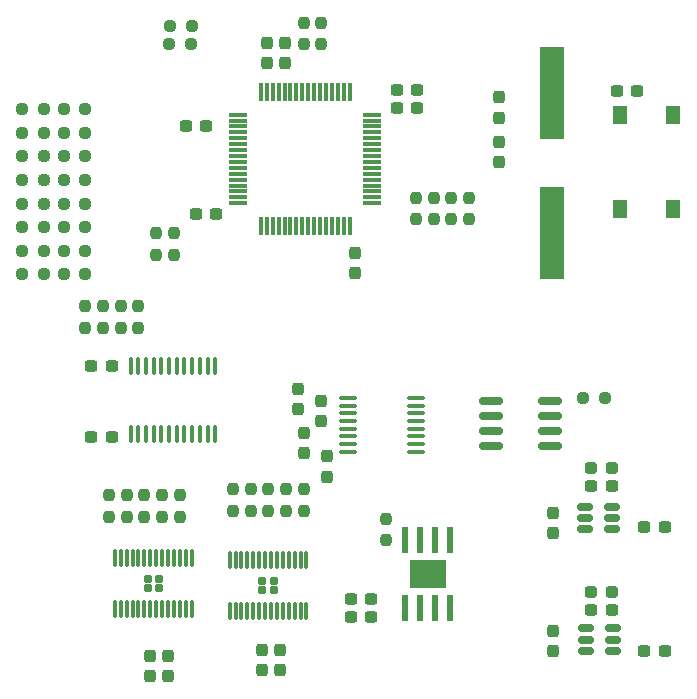
<source format=gbr>
%TF.GenerationSoftware,KiCad,Pcbnew,9.0.1*%
%TF.CreationDate,2025-10-29T09:39:46+01:00*%
%TF.ProjectId,ZoneECU,5a6f6e65-4543-4552-9e6b-696361645f70,rev?*%
%TF.SameCoordinates,Original*%
%TF.FileFunction,Paste,Top*%
%TF.FilePolarity,Positive*%
%FSLAX46Y46*%
G04 Gerber Fmt 4.6, Leading zero omitted, Abs format (unit mm)*
G04 Created by KiCad (PCBNEW 9.0.1) date 2025-10-29 09:39:46*
%MOMM*%
%LPD*%
G01*
G04 APERTURE LIST*
G04 Aperture macros list*
%AMRoundRect*
0 Rectangle with rounded corners*
0 $1 Rounding radius*
0 $2 $3 $4 $5 $6 $7 $8 $9 X,Y pos of 4 corners*
0 Add a 4 corners polygon primitive as box body*
4,1,4,$2,$3,$4,$5,$6,$7,$8,$9,$2,$3,0*
0 Add four circle primitives for the rounded corners*
1,1,$1+$1,$2,$3*
1,1,$1+$1,$4,$5*
1,1,$1+$1,$6,$7*
1,1,$1+$1,$8,$9*
0 Add four rect primitives between the rounded corners*
20,1,$1+$1,$2,$3,$4,$5,0*
20,1,$1+$1,$4,$5,$6,$7,0*
20,1,$1+$1,$6,$7,$8,$9,0*
20,1,$1+$1,$8,$9,$2,$3,0*%
G04 Aperture macros list end*
%ADD10RoundRect,0.237500X0.250000X0.237500X-0.250000X0.237500X-0.250000X-0.237500X0.250000X-0.237500X0*%
%ADD11RoundRect,0.237500X0.237500X-0.300000X0.237500X0.300000X-0.237500X0.300000X-0.237500X-0.300000X0*%
%ADD12RoundRect,0.237500X-0.237500X0.250000X-0.237500X-0.250000X0.237500X-0.250000X0.237500X0.250000X0*%
%ADD13RoundRect,0.157500X-0.222500X0.157500X-0.222500X-0.157500X0.222500X-0.157500X0.222500X0.157500X0*%
%ADD14RoundRect,0.075000X-0.075000X0.650000X-0.075000X-0.650000X0.075000X-0.650000X0.075000X0.650000X0*%
%ADD15RoundRect,0.237500X-0.250000X-0.237500X0.250000X-0.237500X0.250000X0.237500X-0.250000X0.237500X0*%
%ADD16RoundRect,0.237500X-0.237500X0.300000X-0.237500X-0.300000X0.237500X-0.300000X0.237500X0.300000X0*%
%ADD17RoundRect,0.237500X-0.300000X-0.237500X0.300000X-0.237500X0.300000X0.237500X-0.300000X0.237500X0*%
%ADD18RoundRect,0.237500X0.237500X-0.250000X0.237500X0.250000X-0.237500X0.250000X-0.237500X-0.250000X0*%
%ADD19RoundRect,0.237500X0.300000X0.237500X-0.300000X0.237500X-0.300000X-0.237500X0.300000X-0.237500X0*%
%ADD20RoundRect,0.237500X0.287500X0.237500X-0.287500X0.237500X-0.287500X-0.237500X0.287500X-0.237500X0*%
%ADD21RoundRect,0.150000X-0.512500X-0.150000X0.512500X-0.150000X0.512500X0.150000X-0.512500X0.150000X0*%
%ADD22RoundRect,0.100000X0.100000X-0.637500X0.100000X0.637500X-0.100000X0.637500X-0.100000X-0.637500X0*%
%ADD23R,2.000000X7.875000*%
%ADD24RoundRect,0.150000X-0.825000X-0.150000X0.825000X-0.150000X0.825000X0.150000X-0.825000X0.150000X0*%
%ADD25RoundRect,0.075000X-0.075000X0.700000X-0.075000X-0.700000X0.075000X-0.700000X0.075000X0.700000X0*%
%ADD26RoundRect,0.075000X-0.700000X0.075000X-0.700000X-0.075000X0.700000X-0.075000X0.700000X0.075000X0*%
%ADD27R,3.100000X2.400000*%
%ADD28R,0.500000X2.200000*%
%ADD29R,1.300000X1.550000*%
%ADD30RoundRect,0.100000X-0.637500X-0.100000X0.637500X-0.100000X0.637500X0.100000X-0.637500X0.100000X0*%
G04 APERTURE END LIST*
D10*
%TO.C,R42*%
X122000000Y-79000000D03*
X120175000Y-79000000D03*
%TD*%
%TO.C,R41*%
X121912500Y-80500000D03*
X120087500Y-80500000D03*
%TD*%
D11*
%TO.C,C16*%
X152562500Y-121925000D03*
X152562500Y-120200000D03*
%TD*%
D12*
%TO.C,R10*%
X115000000Y-118675000D03*
X115000000Y-120500000D03*
%TD*%
D13*
%TO.C,U6*%
X119220000Y-125760000D03*
X118280000Y-125760000D03*
X119220000Y-126540000D03*
X118280000Y-126540000D03*
D14*
X122000000Y-124000000D03*
X121500000Y-124000000D03*
X121000000Y-124000000D03*
X120500000Y-124000000D03*
X120000000Y-124000000D03*
X119500000Y-124000000D03*
X119000000Y-124000000D03*
X118500000Y-124000000D03*
X118000000Y-124000000D03*
X117500000Y-124000000D03*
X117000000Y-124000000D03*
X116500000Y-124000000D03*
X116000000Y-124000000D03*
X115500000Y-124000000D03*
X115500000Y-128300000D03*
X116000000Y-128300000D03*
X116500000Y-128300000D03*
X117000000Y-128300000D03*
X117500000Y-128300000D03*
X118000000Y-128300000D03*
X118500000Y-128300000D03*
X119000000Y-128300000D03*
X119500000Y-128300000D03*
X120000000Y-128300000D03*
X120500000Y-128300000D03*
X121000000Y-128300000D03*
X121500000Y-128300000D03*
X122000000Y-128300000D03*
%TD*%
D15*
%TO.C,R1*%
X155175000Y-110500000D03*
X157000000Y-110500000D03*
%TD*%
D16*
%TO.C,C17*%
X133000000Y-110675000D03*
X133000000Y-112400000D03*
%TD*%
D17*
%TO.C,C28*%
X113515000Y-107730000D03*
X115240000Y-107730000D03*
%TD*%
D18*
%TO.C,R40*%
X127000000Y-120000000D03*
X127000000Y-118175000D03*
%TD*%
D12*
%TO.C,R4*%
X116000000Y-102675000D03*
X116000000Y-104500000D03*
%TD*%
D19*
%TO.C,C23*%
X137225000Y-127500000D03*
X135500000Y-127500000D03*
%TD*%
D17*
%TO.C,C14*%
X160337500Y-121425000D03*
X162062500Y-121425000D03*
%TD*%
D12*
%TO.C,R32*%
X131500000Y-118175000D03*
X131500000Y-120000000D03*
%TD*%
D18*
%TO.C,R38*%
X130000000Y-120000000D03*
X130000000Y-118175000D03*
%TD*%
D13*
%TO.C,U8*%
X128945000Y-125960000D03*
X128005000Y-125960000D03*
X128945000Y-126740000D03*
X128005000Y-126740000D03*
D14*
X131725000Y-124200000D03*
X131225000Y-124200000D03*
X130725000Y-124200000D03*
X130225000Y-124200000D03*
X129725000Y-124200000D03*
X129225000Y-124200000D03*
X128725000Y-124200000D03*
X128225000Y-124200000D03*
X127725000Y-124200000D03*
X127225000Y-124200000D03*
X126725000Y-124200000D03*
X126225000Y-124200000D03*
X125725000Y-124200000D03*
X125225000Y-124200000D03*
X125225000Y-128500000D03*
X125725000Y-128500000D03*
X126225000Y-128500000D03*
X126725000Y-128500000D03*
X127225000Y-128500000D03*
X127725000Y-128500000D03*
X128225000Y-128500000D03*
X128725000Y-128500000D03*
X129225000Y-128500000D03*
X129725000Y-128500000D03*
X130225000Y-128500000D03*
X130725000Y-128500000D03*
X131225000Y-128500000D03*
X131725000Y-128500000D03*
%TD*%
D12*
%TO.C,R3*%
X114500000Y-102675000D03*
X114500000Y-104500000D03*
%TD*%
D16*
%TO.C,C26*%
X129500000Y-131775000D03*
X129500000Y-133500000D03*
%TD*%
D19*
%TO.C,C3*%
X124100000Y-94900000D03*
X122375000Y-94900000D03*
%TD*%
D15*
%TO.C,R26*%
X111175000Y-90000000D03*
X113000000Y-90000000D03*
%TD*%
D20*
%TO.C,L2*%
X157562500Y-116425000D03*
X155812500Y-116425000D03*
%TD*%
D15*
%TO.C,R25*%
X111175000Y-86000000D03*
X113000000Y-86000000D03*
%TD*%
D11*
%TO.C,C9*%
X148000000Y-90500000D03*
X148000000Y-88775000D03*
%TD*%
%TO.C,C6*%
X129875000Y-82125000D03*
X129875000Y-80400000D03*
%TD*%
D12*
%TO.C,R11*%
X116500000Y-118675000D03*
X116500000Y-120500000D03*
%TD*%
D15*
%TO.C,R23*%
X111175000Y-96000000D03*
X113000000Y-96000000D03*
%TD*%
D17*
%TO.C,C27*%
X113515000Y-113730000D03*
X115240000Y-113730000D03*
%TD*%
D16*
%TO.C,C20*%
X133500000Y-115400000D03*
X133500000Y-117125000D03*
%TD*%
D18*
%TO.C,R35*%
X131500000Y-80500000D03*
X131500000Y-78675000D03*
%TD*%
D19*
%TO.C,C1*%
X123237500Y-87400000D03*
X121512500Y-87400000D03*
%TD*%
D12*
%TO.C,R6*%
X119000000Y-96500000D03*
X119000000Y-98325000D03*
%TD*%
D21*
%TO.C,U4*%
X155300000Y-119675000D03*
X155300000Y-120625000D03*
X155300000Y-121575000D03*
X157575000Y-121575000D03*
X157575000Y-120625000D03*
X157575000Y-119675000D03*
%TD*%
D22*
%TO.C,U9*%
X116850000Y-113500000D03*
X117500000Y-113500000D03*
X118150000Y-113500000D03*
X118800000Y-113500000D03*
X119450000Y-113500000D03*
X120100000Y-113500000D03*
X120750000Y-113500000D03*
X121400000Y-113500000D03*
X122050000Y-113500000D03*
X122700000Y-113500000D03*
X123350000Y-113500000D03*
X124000000Y-113500000D03*
X124000000Y-107775000D03*
X123350000Y-107775000D03*
X122700000Y-107775000D03*
X122050000Y-107775000D03*
X121400000Y-107775000D03*
X120750000Y-107775000D03*
X120100000Y-107775000D03*
X119450000Y-107775000D03*
X118800000Y-107775000D03*
X118150000Y-107775000D03*
X117500000Y-107775000D03*
X116850000Y-107775000D03*
%TD*%
D17*
%TO.C,C5*%
X139375000Y-84400000D03*
X141100000Y-84400000D03*
%TD*%
D15*
%TO.C,R13*%
X111175000Y-88000000D03*
X113000000Y-88000000D03*
%TD*%
%TO.C,R14*%
X107675000Y-88000000D03*
X109500000Y-88000000D03*
%TD*%
%TO.C,R16*%
X107675000Y-96000000D03*
X109500000Y-96000000D03*
%TD*%
D23*
%TO.C,Y1*%
X152500000Y-84625000D03*
X152500000Y-96500000D03*
%TD*%
D12*
%TO.C,R5*%
X117500000Y-102675000D03*
X117500000Y-104500000D03*
%TD*%
D15*
%TO.C,R28*%
X111175000Y-98000000D03*
X113000000Y-98000000D03*
%TD*%
D24*
%TO.C,U2*%
X147370000Y-110705000D03*
X147370000Y-111975000D03*
X147370000Y-113245000D03*
X147370000Y-114515000D03*
X152320000Y-114515000D03*
X152320000Y-113245000D03*
X152320000Y-111975000D03*
X152320000Y-110705000D03*
%TD*%
D16*
%TO.C,C25*%
X128000000Y-131775000D03*
X128000000Y-133500000D03*
%TD*%
D25*
%TO.C,U1*%
X135375000Y-84550000D03*
X134875000Y-84550000D03*
X134375000Y-84550000D03*
X133875000Y-84550000D03*
X133375000Y-84550000D03*
X132875000Y-84550000D03*
X132375000Y-84550000D03*
X131875000Y-84550000D03*
X131375000Y-84550000D03*
X130875000Y-84550000D03*
X130375000Y-84550000D03*
X129875000Y-84550000D03*
X129375000Y-84550000D03*
X128875000Y-84550000D03*
X128375000Y-84550000D03*
X127875000Y-84550000D03*
D26*
X125950000Y-86475000D03*
X125950000Y-86975000D03*
X125950000Y-87475000D03*
X125950000Y-87975000D03*
X125950000Y-88475000D03*
X125950000Y-88975000D03*
X125950000Y-89475000D03*
X125950000Y-89975000D03*
X125950000Y-90475000D03*
X125950000Y-90975000D03*
X125950000Y-91475000D03*
X125950000Y-91975000D03*
X125950000Y-92475000D03*
X125950000Y-92975000D03*
X125950000Y-93475000D03*
X125950000Y-93975000D03*
D25*
X127875000Y-95900000D03*
X128375000Y-95900000D03*
X128875000Y-95900000D03*
X129375000Y-95900000D03*
X129875000Y-95900000D03*
X130375000Y-95900000D03*
X130875000Y-95900000D03*
X131375000Y-95900000D03*
X131875000Y-95900000D03*
X132375000Y-95900000D03*
X132875000Y-95900000D03*
X133375000Y-95900000D03*
X133875000Y-95900000D03*
X134375000Y-95900000D03*
X134875000Y-95900000D03*
X135375000Y-95900000D03*
D26*
X137300000Y-93975000D03*
X137300000Y-93475000D03*
X137300000Y-92975000D03*
X137300000Y-92475000D03*
X137300000Y-91975000D03*
X137300000Y-91475000D03*
X137300000Y-90975000D03*
X137300000Y-90475000D03*
X137300000Y-89975000D03*
X137300000Y-89475000D03*
X137300000Y-88975000D03*
X137300000Y-88475000D03*
X137300000Y-87975000D03*
X137300000Y-87475000D03*
X137300000Y-86975000D03*
X137300000Y-86475000D03*
%TD*%
D16*
%TO.C,C2*%
X135875000Y-98175000D03*
X135875000Y-99900000D03*
%TD*%
D15*
%TO.C,R15*%
X107675000Y-92000000D03*
X109500000Y-92000000D03*
%TD*%
D11*
%TO.C,C13*%
X152562500Y-131925000D03*
X152562500Y-130200000D03*
%TD*%
D19*
%TO.C,C24*%
X137225000Y-129000000D03*
X135500000Y-129000000D03*
%TD*%
D11*
%TO.C,C7*%
X128375000Y-82125000D03*
X128375000Y-80400000D03*
%TD*%
D27*
%TO.C,U7*%
X142000000Y-125350000D03*
D28*
X143905000Y-122475000D03*
X142635000Y-122475000D03*
X141365000Y-122475000D03*
X140095000Y-122475000D03*
X140095000Y-128225000D03*
X141365000Y-128225000D03*
X142635000Y-128225000D03*
X143905000Y-128225000D03*
%TD*%
D29*
%TO.C,SW1*%
X162750000Y-86525000D03*
X162750000Y-94475000D03*
X158250000Y-86525000D03*
X158250000Y-94475000D03*
%TD*%
D15*
%TO.C,R27*%
X111175000Y-94000000D03*
X113000000Y-94000000D03*
%TD*%
D30*
%TO.C,U5*%
X135275000Y-110450000D03*
X135275000Y-111100000D03*
X135275000Y-111750000D03*
X135275000Y-112400000D03*
X135275000Y-113050000D03*
X135275000Y-113700000D03*
X135275000Y-114350000D03*
X135275000Y-115000000D03*
X141000000Y-115000000D03*
X141000000Y-114350000D03*
X141000000Y-113700000D03*
X141000000Y-113050000D03*
X141000000Y-112400000D03*
X141000000Y-111750000D03*
X141000000Y-111100000D03*
X141000000Y-110450000D03*
%TD*%
D15*
%TO.C,R20*%
X107675000Y-94000000D03*
X109500000Y-94000000D03*
%TD*%
D17*
%TO.C,C8*%
X158000000Y-84500000D03*
X159725000Y-84500000D03*
%TD*%
%TO.C,C15*%
X155837500Y-117925000D03*
X157562500Y-117925000D03*
%TD*%
D12*
%TO.C,R30*%
X141000000Y-93500000D03*
X141000000Y-95325000D03*
%TD*%
D17*
%TO.C,C11*%
X155837500Y-128425000D03*
X157562500Y-128425000D03*
%TD*%
D20*
%TO.C,L1*%
X157562500Y-126925000D03*
X155812500Y-126925000D03*
%TD*%
D21*
%TO.C,U3*%
X155425000Y-129975000D03*
X155425000Y-130925000D03*
X155425000Y-131875000D03*
X157700000Y-131875000D03*
X157700000Y-130925000D03*
X157700000Y-129975000D03*
%TD*%
D16*
%TO.C,C18*%
X131500000Y-113400000D03*
X131500000Y-115125000D03*
%TD*%
D12*
%TO.C,R36*%
X145500000Y-93500000D03*
X145500000Y-95325000D03*
%TD*%
D17*
%TO.C,C4*%
X139375000Y-85900000D03*
X141100000Y-85900000D03*
%TD*%
D15*
%TO.C,R18*%
X107675000Y-86000000D03*
X109500000Y-86000000D03*
%TD*%
D18*
%TO.C,R29*%
X138500000Y-122500000D03*
X138500000Y-120675000D03*
%TD*%
D12*
%TO.C,R7*%
X120500000Y-96500000D03*
X120500000Y-98325000D03*
%TD*%
D16*
%TO.C,C21*%
X118500000Y-132275000D03*
X118500000Y-134000000D03*
%TD*%
D12*
%TO.C,R2*%
X113000000Y-102675000D03*
X113000000Y-104500000D03*
%TD*%
%TO.C,R12*%
X121000000Y-118675000D03*
X121000000Y-120500000D03*
%TD*%
%TO.C,R31*%
X142500000Y-93500000D03*
X142500000Y-95325000D03*
%TD*%
D11*
%TO.C,C10*%
X148000000Y-86725000D03*
X148000000Y-85000000D03*
%TD*%
D18*
%TO.C,R9*%
X118000000Y-120500000D03*
X118000000Y-118675000D03*
%TD*%
D17*
%TO.C,C12*%
X160337500Y-131925000D03*
X162062500Y-131925000D03*
%TD*%
D15*
%TO.C,R19*%
X107675000Y-90000000D03*
X109500000Y-90000000D03*
%TD*%
D12*
%TO.C,R39*%
X128500000Y-118175000D03*
X128500000Y-120000000D03*
%TD*%
%TO.C,R34*%
X125500000Y-118175000D03*
X125500000Y-120000000D03*
%TD*%
%TO.C,R33*%
X144000000Y-93500000D03*
X144000000Y-95325000D03*
%TD*%
D15*
%TO.C,R17*%
X107675000Y-100000000D03*
X109500000Y-100000000D03*
%TD*%
D18*
%TO.C,R8*%
X119500000Y-120500000D03*
X119500000Y-118675000D03*
%TD*%
%TO.C,R37*%
X133000000Y-80500000D03*
X133000000Y-78675000D03*
%TD*%
D15*
%TO.C,R24*%
X111175000Y-100000000D03*
X113000000Y-100000000D03*
%TD*%
%TO.C,R21*%
X107675000Y-98000000D03*
X109500000Y-98000000D03*
%TD*%
D11*
%TO.C,C19*%
X131000000Y-111400000D03*
X131000000Y-109675000D03*
%TD*%
D16*
%TO.C,C22*%
X120000000Y-132275000D03*
X120000000Y-134000000D03*
%TD*%
D15*
%TO.C,R22*%
X111175000Y-92000000D03*
X113000000Y-92000000D03*
%TD*%
M02*

</source>
